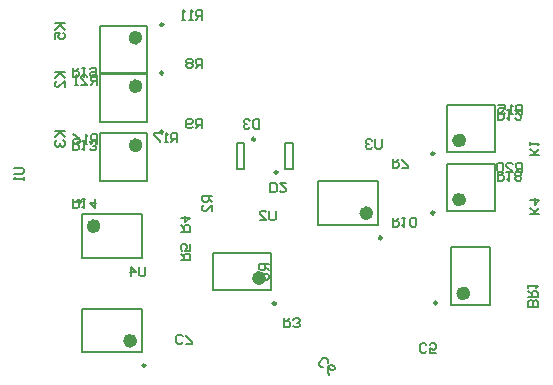
<source format=gbo>
G04*
G04 #@! TF.GenerationSoftware,Altium Limited,Altium Designer,21.5.1 (32)*
G04*
G04 Layer_Color=32896*
%FSLAX44Y44*%
%MOMM*%
G71*
G04*
G04 #@! TF.SameCoordinates,DE706C4F-A6C2-482A-8352-4916370A565D*
G04*
G04*
G04 #@! TF.FilePolarity,Positive*
G04*
G01*
G75*
%ADD10C,0.1500*%
%ADD11C,0.2500*%
%ADD12C,0.2000*%
%ADD75C,0.6000*%
D10*
X-12801Y183039D02*
X-6136D01*
X-4803Y181706D01*
Y179040D01*
X-6136Y177707D01*
X-12801D01*
X-4803Y175042D02*
Y172376D01*
Y173709D01*
X-12801D01*
X-11468Y175042D01*
X417287Y179319D02*
Y187316D01*
X413288D01*
X411955Y185984D01*
Y183318D01*
X413288Y181985D01*
X417287D01*
X414621D02*
X411955Y179319D01*
X403958D02*
X409290D01*
X403958Y184651D01*
Y185984D01*
X405291Y187316D01*
X407957D01*
X409290Y185984D01*
X401292D02*
X399959Y187316D01*
X397293D01*
X395961Y185984D01*
Y180652D01*
X397293Y179319D01*
X399959D01*
X401292Y180652D01*
Y185984D01*
X396713Y179681D02*
Y171684D01*
X400712D01*
X402045Y173016D01*
Y175682D01*
X400712Y177015D01*
X396713D01*
X399379D02*
X402045Y179681D01*
X404710D02*
X407376D01*
X406043D01*
Y171684D01*
X404710Y173016D01*
X411375D02*
X412708Y171684D01*
X415374D01*
X416707Y173016D01*
Y174349D01*
X415374Y175682D01*
X416707Y177015D01*
Y178348D01*
X415374Y179681D01*
X412708D01*
X411375Y178348D01*
Y177015D01*
X412708Y175682D01*
X411375Y174349D01*
Y173016D01*
X412708Y175682D02*
X415374D01*
X417287Y228319D02*
Y236316D01*
X413288D01*
X411955Y234984D01*
Y232318D01*
X413288Y230985D01*
X417287D01*
X414621D02*
X411955Y228319D01*
X409290D02*
X406624D01*
X407957D01*
Y236316D01*
X409290Y234984D01*
X397293Y236316D02*
X402625D01*
Y232318D01*
X399959Y233651D01*
X398626D01*
X397293Y232318D01*
Y229652D01*
X398626Y228319D01*
X401292D01*
X402625Y229652D01*
X396713Y231681D02*
Y223684D01*
X400712D01*
X402045Y225016D01*
Y227682D01*
X400712Y229015D01*
X396713D01*
X399379D02*
X402045Y231681D01*
X404710D02*
X407376D01*
X406043D01*
Y223684D01*
X404710Y225016D01*
X416707Y231681D02*
X411375D01*
X416707Y226349D01*
Y225016D01*
X415374Y223684D01*
X412708D01*
X411375Y225016D01*
X125287Y204319D02*
Y212316D01*
X121288D01*
X119955Y210984D01*
Y208318D01*
X121288Y206985D01*
X125287D01*
X122621D02*
X119955Y204319D01*
X117290D02*
X114624D01*
X115957D01*
Y212316D01*
X117290Y210984D01*
X110625Y212316D02*
X105293D01*
Y210984D01*
X110625Y205652D01*
Y204319D01*
X57287Y203319D02*
Y211316D01*
X53288D01*
X51955Y209984D01*
Y207318D01*
X53288Y205985D01*
X57287D01*
X54621D02*
X51955Y203319D01*
X49290D02*
X46624D01*
X47957D01*
Y211316D01*
X49290Y209984D01*
X37293Y211316D02*
X39959Y209984D01*
X42625Y207318D01*
Y204652D01*
X41292Y203319D01*
X38626D01*
X37293Y204652D01*
Y205985D01*
X38626Y207318D01*
X42625D01*
X57287Y253319D02*
Y261316D01*
X53288D01*
X51955Y259984D01*
Y257318D01*
X53288Y255985D01*
X57287D01*
X54621D02*
X51955Y253319D01*
X43958D02*
X49290D01*
X43958Y258651D01*
Y259984D01*
X45291Y261316D01*
X47957D01*
X49290Y259984D01*
X41292Y253319D02*
X38626D01*
X39959D01*
Y261316D01*
X41292Y259984D01*
X36713Y156681D02*
Y148684D01*
X40712D01*
X42045Y150016D01*
Y152682D01*
X40712Y154015D01*
X36713D01*
X39379D02*
X42045Y156681D01*
X44710D02*
X47376D01*
X46043D01*
Y148684D01*
X44710Y150016D01*
X55374Y156681D02*
Y148684D01*
X51375Y152682D01*
X56707D01*
X36713Y205681D02*
Y197684D01*
X40712D01*
X42045Y199016D01*
Y201682D01*
X40712Y203015D01*
X36713D01*
X39379D02*
X42045Y205681D01*
X44710D02*
X47376D01*
X46043D01*
Y197684D01*
X44710Y199016D01*
X51375D02*
X52708Y197684D01*
X55374D01*
X56707Y199016D01*
Y200349D01*
X55374Y201682D01*
X54041D01*
X55374D01*
X56707Y203015D01*
Y204348D01*
X55374Y205681D01*
X52708D01*
X51375Y204348D01*
X36713Y267681D02*
Y259684D01*
X40712D01*
X42045Y261017D01*
Y263682D01*
X40712Y265015D01*
X36713D01*
X39379D02*
X42045Y267681D01*
X44710D02*
X47376D01*
X46043D01*
Y259684D01*
X44710Y261017D01*
X51375Y266348D02*
X52708Y267681D01*
X55374D01*
X56707Y266348D01*
Y261017D01*
X55374Y259684D01*
X52708D01*
X51375Y261017D01*
Y262349D01*
X52708Y263682D01*
X56707D01*
X146287Y216319D02*
Y224316D01*
X142288D01*
X140955Y222983D01*
Y220318D01*
X142288Y218985D01*
X146287D01*
X143621D02*
X140955Y216319D01*
X138290Y217652D02*
X136957Y216319D01*
X134291D01*
X132958Y217652D01*
Y222983D01*
X134291Y224316D01*
X136957D01*
X138290Y222983D01*
Y221651D01*
X136957Y220318D01*
X132958D01*
X307713Y140681D02*
Y132684D01*
X311712D01*
X313045Y134017D01*
Y136682D01*
X311712Y138015D01*
X307713D01*
X310379D02*
X313045Y140681D01*
X315710D02*
X318376D01*
X317043D01*
Y132684D01*
X315710Y134017D01*
X322375D02*
X323708Y132684D01*
X326374D01*
X327706Y134017D01*
Y139348D01*
X326374Y140681D01*
X323708D01*
X322375Y139348D01*
Y134017D01*
X146287Y308319D02*
Y316316D01*
X142288D01*
X140955Y314984D01*
Y312318D01*
X142288Y310985D01*
X146287D01*
X143621D02*
X140955Y308319D01*
X138290D02*
X135624D01*
X136957D01*
Y316316D01*
X138290Y314984D01*
X131625Y308319D02*
X128959D01*
X130292D01*
Y316316D01*
X131625Y314984D01*
X146287Y267319D02*
Y275316D01*
X142288D01*
X140955Y273983D01*
Y271318D01*
X142288Y269985D01*
X146287D01*
X143621D02*
X140955Y267319D01*
X138290Y273983D02*
X136957Y275316D01*
X134291D01*
X132958Y273983D01*
Y272651D01*
X134291Y271318D01*
X132958Y269985D01*
Y268652D01*
X134291Y267319D01*
X136957D01*
X138290Y268652D01*
Y269985D01*
X136957Y271318D01*
X138290Y272651D01*
Y273983D01*
X136957Y271318D02*
X134291D01*
X307713Y190681D02*
Y182684D01*
X311712D01*
X313045Y184016D01*
Y186682D01*
X311712Y188015D01*
X307713D01*
X310379D02*
X313045Y190681D01*
X315710Y182684D02*
X321042D01*
Y184016D01*
X315710Y189348D01*
Y190681D01*
X336347Y27541D02*
X335014Y26208D01*
X332348D01*
X331015Y27541D01*
Y32872D01*
X332348Y34205D01*
X335014D01*
X336347Y32872D01*
X344344Y26208D02*
X339012D01*
Y30206D01*
X341678Y28873D01*
X343011D01*
X344344Y30206D01*
Y32872D01*
X343011Y34205D01*
X340345D01*
X339012Y32872D01*
X249073Y14081D02*
X247188D01*
X245303Y15966D01*
X245303Y17851D01*
X249073Y21621D01*
X250958D01*
X252843Y19736D01*
X252843Y17851D01*
X253785Y7483D02*
X252843Y10311D01*
Y14081D01*
X254728Y15966D01*
X256613D01*
X258498Y14081D01*
X258498Y12196D01*
X257555Y11253D01*
X255670Y11253D01*
X252843Y14081D01*
X204125Y162016D02*
Y170013D01*
X208124D01*
X209457Y168680D01*
Y163349D01*
X208124Y162016D01*
X204125D01*
X217454Y170013D02*
X212122D01*
X217454Y164681D01*
Y163349D01*
X216121Y162016D01*
X213455D01*
X212122Y163349D01*
X194875Y223984D02*
Y215987D01*
X190876D01*
X189543Y217320D01*
Y222652D01*
X190876Y223984D01*
X194875D01*
X186878Y222652D02*
X185545Y223984D01*
X182879D01*
X181546Y222652D01*
Y221319D01*
X182879Y219986D01*
X184212D01*
X182879D01*
X181546Y218653D01*
Y217320D01*
X182879Y215987D01*
X185545D01*
X186878Y217320D01*
X298321Y206844D02*
Y200180D01*
X296988Y198847D01*
X294322D01*
X292989Y200180D01*
Y206844D01*
X290324Y205511D02*
X288991Y206844D01*
X286325D01*
X284992Y205511D01*
Y204179D01*
X286325Y202846D01*
X287658D01*
X286325D01*
X284992Y201513D01*
Y200180D01*
X286325Y198847D01*
X288991D01*
X290324Y200180D01*
X98321Y98844D02*
Y92180D01*
X96988Y90847D01*
X94322D01*
X92989Y92180D01*
Y98844D01*
X86325Y90847D02*
Y98844D01*
X90324Y94846D01*
X84992D01*
X128319Y128713D02*
X136316D01*
Y132712D01*
X134984Y134045D01*
X132318D01*
X130985Y132712D01*
Y128713D01*
Y131379D02*
X128319Y134045D01*
Y140709D02*
X136316D01*
X132318Y136710D01*
Y142042D01*
X128319Y104713D02*
X136316D01*
Y108712D01*
X134984Y110045D01*
X132318D01*
X130985Y108712D01*
Y104713D01*
Y107379D02*
X128319Y110045D01*
X136316Y118042D02*
Y112710D01*
X132318D01*
X133651Y115376D01*
Y116709D01*
X132318Y118042D01*
X129652D01*
X128319Y116709D01*
Y114043D01*
X129652Y112710D01*
X154681Y159287D02*
X146684D01*
Y155288D01*
X148017Y153955D01*
X150682D01*
X152015Y155288D01*
Y159287D01*
Y156621D02*
X154681Y153955D01*
Y145958D02*
Y151290D01*
X149349Y145958D01*
X148017D01*
X146684Y147291D01*
Y149957D01*
X148017Y151290D01*
X215713Y55681D02*
Y47684D01*
X219712D01*
X221045Y49016D01*
Y51682D01*
X219712Y53015D01*
X215713D01*
X218379D02*
X221045Y55681D01*
X223710Y49016D02*
X225043Y47684D01*
X227709D01*
X229042Y49016D01*
Y50349D01*
X227709Y51682D01*
X226376D01*
X227709D01*
X229042Y53015D01*
Y54348D01*
X227709Y55681D01*
X225043D01*
X223710Y54348D01*
X202681Y101287D02*
X194684D01*
Y97288D01*
X196017Y95955D01*
X198682D01*
X200015Y97288D01*
Y101287D01*
Y98621D02*
X202681Y95955D01*
X194684Y87958D02*
X196017Y90624D01*
X198682Y93290D01*
X201348D01*
X202681Y91957D01*
Y89291D01*
X201348Y87958D01*
X200015D01*
X198682Y89291D01*
Y93290D01*
X130045Y35017D02*
X128712Y33684D01*
X126046D01*
X124713Y35017D01*
Y40348D01*
X126046Y41681D01*
X128712D01*
X130045Y40348D01*
X132710Y33684D02*
X138042D01*
Y35017D01*
X132710Y40348D01*
Y41681D01*
X208575Y146558D02*
Y139894D01*
X207242Y138561D01*
X204576D01*
X203243Y139894D01*
Y146558D01*
X195246Y138561D02*
X200578D01*
X195246Y143893D01*
Y145225D01*
X196579Y146558D01*
X199245D01*
X200578Y145225D01*
X22092Y305225D02*
X30089D01*
X27423D01*
X22092Y299893D01*
X26090Y303892D01*
X30089Y299893D01*
X22092Y291896D02*
Y297228D01*
X26090D01*
X24757Y294562D01*
Y293229D01*
X26090Y291896D01*
X28756D01*
X30089Y293229D01*
Y295895D01*
X28756Y297228D01*
X431908Y143775D02*
X423911D01*
X426577D01*
X431908Y149107D01*
X427910Y145108D01*
X423911Y149107D01*
Y155771D02*
X431908D01*
X427910Y151772D01*
Y157104D01*
X22092Y214225D02*
X30089D01*
X27423D01*
X22092Y208893D01*
X26090Y212892D01*
X30089Y208893D01*
X23424Y206228D02*
X22092Y204895D01*
Y202229D01*
X23424Y200896D01*
X24757D01*
X26090Y202229D01*
Y203562D01*
Y202229D01*
X27423Y200896D01*
X28756D01*
X30089Y202229D01*
Y204895D01*
X28756Y206228D01*
X22092Y264225D02*
X30089D01*
X27423D01*
X22092Y258893D01*
X26090Y262892D01*
X30089Y258893D01*
Y250896D02*
Y256228D01*
X24757Y250896D01*
X23424D01*
X22092Y252229D01*
Y254895D01*
X23424Y256228D01*
X431908Y193775D02*
X423911D01*
X426577D01*
X431908Y199107D01*
X427910Y195108D01*
X423911Y199107D01*
Y201772D02*
Y204438D01*
Y203105D01*
X431908D01*
X430575Y201772D01*
X430638Y65219D02*
X422641D01*
Y69218D01*
X423974Y70551D01*
X425307D01*
X426640Y69218D01*
Y65219D01*
Y69218D01*
X427973Y70551D01*
X429305D01*
X430638Y69218D01*
Y65219D01*
X422641Y73216D02*
X430638D01*
Y77215D01*
X429305Y78548D01*
X426640D01*
X425307Y77215D01*
Y73216D01*
Y75882D02*
X422641Y78548D01*
Y81214D02*
Y83880D01*
Y82547D01*
X430638D01*
X429305Y81214D01*
D11*
X44000Y154500D02*
G03*
X44000Y154500I-1250J0D01*
G01*
X210250Y179000D02*
G03*
X210250Y179000I-1250J0D01*
G01*
X191250Y207000D02*
G03*
X191250Y207000I-1250J0D01*
G01*
X298500Y123500D02*
G03*
X298500Y123500I-1250J0D01*
G01*
X98500Y15500D02*
G03*
X98500Y15500I-1250J0D01*
G01*
X208800Y68000D02*
G03*
X208800Y68000I-1250J0D01*
G01*
X345250Y68500D02*
G03*
X345250Y68500I-1250J0D01*
G01*
X113500Y304200D02*
G03*
X113500Y304200I-1250J0D01*
G01*
X343000Y144800D02*
G03*
X343000Y144800I-1250J0D01*
G01*
X113500Y213200D02*
G03*
X113500Y213200I-1250J0D01*
G01*
Y263200D02*
G03*
X113500Y263200I-1250J0D01*
G01*
X343000Y194800D02*
G03*
X343000Y194800I-1250J0D01*
G01*
D12*
X44500Y143500D02*
X95500D01*
X44500Y106500D02*
X95500D01*
X44500D02*
Y143500D01*
X95500Y106500D02*
Y143500D01*
X217000Y204000D02*
X223000D01*
X217000Y182000D02*
X223000D01*
Y204000D01*
X217000Y182000D02*
Y204000D01*
X176000Y182000D02*
X182000D01*
X176000Y204000D02*
X182000D01*
X176000Y182000D02*
Y204000D01*
X182000Y182000D02*
Y204000D01*
X244500Y134500D02*
X295500D01*
X244500Y171500D02*
X295500D01*
Y134500D02*
Y171500D01*
X244500Y134500D02*
Y171500D01*
X44500Y26500D02*
X95500D01*
X44500Y63500D02*
X95500D01*
Y26500D02*
Y63500D01*
X44500Y26500D02*
Y63500D01*
X155500Y79500D02*
Y110500D01*
X204500Y79500D02*
Y110500D01*
X155500D02*
X204500D01*
X155500Y79500D02*
X204500D01*
X357500Y66500D02*
Y115500D01*
X390500Y66500D02*
Y115500D01*
X357500Y66500D02*
X390500Y66500D01*
X357500Y115500D02*
X390500Y115500D01*
X60000Y263000D02*
X100000D01*
X60000Y303000D02*
X100000D01*
X60000Y263000D02*
Y303000D01*
X100000Y263000D02*
Y303000D01*
X354000Y186000D02*
X394000D01*
X354000Y146000D02*
X394000D01*
Y186000D01*
X354000Y146000D02*
Y186000D01*
X60000Y172000D02*
X100000D01*
X60000Y212000D02*
X100000D01*
X60000Y172000D02*
Y212000D01*
X100000Y172000D02*
Y212000D01*
X60000Y222000D02*
X100000D01*
X60000Y262000D02*
X100000D01*
X60000Y222000D02*
Y262000D01*
X100000Y222000D02*
Y262000D01*
X354000Y236000D02*
X394000D01*
X354000Y196000D02*
X394000D01*
Y236000D01*
X354000Y196000D02*
Y236000D01*
D75*
X57500Y133500D02*
G03*
X57500Y133500I-3000J0D01*
G01*
X288500Y144500D02*
G03*
X288500Y144500I-3000J0D01*
G01*
X88500Y36500D02*
G03*
X88500Y36500I-3000J0D01*
G01*
X197500Y89500D02*
G03*
X197500Y89500I-3000J0D01*
G01*
X370500Y76500D02*
G03*
X370500Y76500I-3000J0D01*
G01*
X93000Y293000D02*
G03*
X93000Y293000I-3000J0D01*
G01*
X367000Y156000D02*
G03*
X367000Y156000I-3000J0D01*
G01*
X93000Y202000D02*
G03*
X93000Y202000I-3000J0D01*
G01*
Y252000D02*
G03*
X93000Y252000I-3000J0D01*
G01*
X367000Y206000D02*
G03*
X367000Y206000I-3000J0D01*
G01*
M02*

</source>
